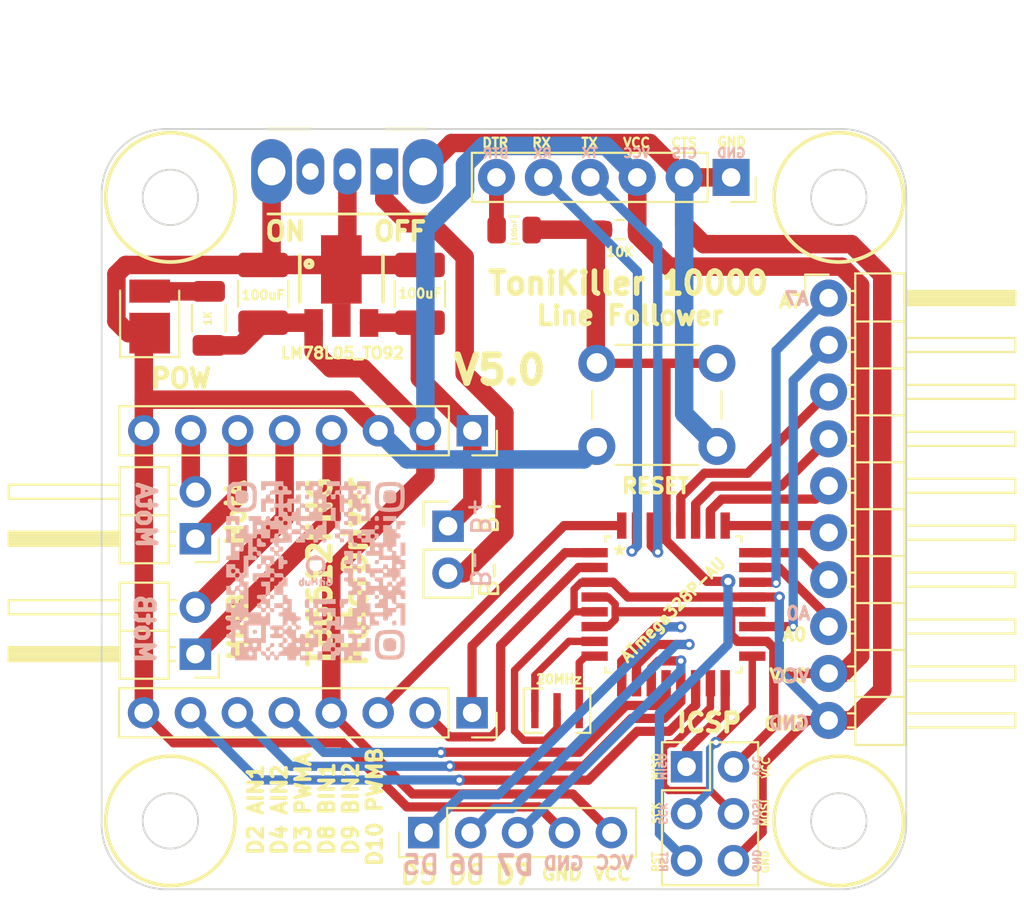
<source format=kicad_pcb>
(kicad_pcb (version 20221018) (generator pcbnew)
  (title_block (title "LineFollowerV5.0") (date "2024-01-10") (rev "10") (company "Tonikiller10000"))
  (layers (0 "F.Cu" signal) (31 "B.Cu" signal) (34 "B.Paste" user) (35 "F.Paste" user) (36 "B.SilkS" user "B.Silkscreen") (37 "F.SilkS" user "F.Silkscreen") (38 "B.Mask" user) (39 "F.Mask" user) (44 "Edge.Cuts" user))
  (net 0 "")
  (net 1 "DTR")
  (net 2 "RESET")
  (net 3 "0V")
  (net 4 "5V")
  (net 5 "+BATT")
  (net 6 "MISO")
  (net 7 "SCK")
  (net 8 "MOSI")
  (net 9 "TX")
  (net 10 "RX")
  (net 11 "Sensor5")
  (net 12 "Sensor4")
  (net 13 "Sensor3")
  (net 14 "Sensor2")
  (net 15 "Sensor1")
  (net 16 "Sensor0")
  (net 17 "Sensor7")
  (net 18 "Sensor6")
  (net 19 "PWMB")
  (net 20 "BIN2")
  (net 21 "BIN1")
  (net 22 "AIN1")
  (net 23 "AIN2")
  (net 24 "PWMA")
  (net 25 "D5")
  (net 26 "D6")
  (net 27 "D7")
  (net 28 "Net-(J6-Pin_2)")
  (net 29 "Net-(D1-A)")
  (net 30 "Net-(J6-Pin_1)")
  (net 31 "Net-(U1-XTAL1{slash}PB6)")
  (net 32 "Net-(U1-XTAL2{slash}PB7)")
  (net 33 "Net-(J7-Pin_1)")
  (net 34 "Net-(J7-Pin_2)")
  (net 36 "Net-(J1-Pin_2)")
  (footprint "Connector_PinSocket_2.54mm:PinSocket_1x06_P2.54mm_Vertical" (layer "F.Cu") (at 156.1378 82.6872 -90)
    (fp_text reference "J4" hide)
    (fp_text value "Conn_01x06_MountingPin")
    (pad "1" thru_hole rect (at 0 0 270) (size 2 2) (drill 1) (layers "F&B.Cu" "*.Mask") (net 3 "0V"))
    (pad "2" thru_hole oval (at 0 2.54 270) (size 2 2) (drill 1) (layers "F&B.Cu" "*.Mask") (net 3 "0V"))
    (pad "3" thru_hole oval (at 0 5.08 270) (size 2 2) (drill 1) (layers "F&B.Cu" "*.Mask") (net 4 "5V"))
    (pad "4" thru_hole oval (at 0 7.62 270) (size 2 2) (drill 1) (layers "F&B.Cu" "*.Mask") (net 9 "TX"))
    (pad "5" thru_hole oval (at 0 10.16 270) (size 2 2) (drill 1) (layers "F&B.Cu" "*.Mask") (net 10 "RX"))
    (pad "6" thru_hole oval (at 0 12.7 270) (size 2 2) (drill 1) (layers "F&B.Cu" "*.Mask") (net 1 "DTR"))
  )
  (footprint "Capacitor_SMD:C_0805_2012Metric" (layer "F.Cu") (at 144.3978 85.5372)
    (fp_text reference "C6" hide)
    (fp_text value "100nF" (at 0.01 0.01 90) (layer "F.SilkS") (effects (font (size 0.25 0.25))))
    (pad "1" smd roundrect (at -0.95 0) (size 1 1.45) (layers "F.Cu" "F.Paste" "F.Mask") (net 1 "DTR"))
    (pad "2" smd roundrect (at 0.95 0) (size 1 1.45) (layers "F.Cu" "F.Paste" "F.Mask") (net 2 "RESET"))
  )
  (footprint "LED_SMD:LED_PLCC_2835" (layer "F.Cu") (at 124.6678 90.2172 90)
    (fp_text reference "D1" hide)
    (fp_text value "POW")
    (pad "1" smd rect (at -0.9 0 90) (size 2.2 2.2) (layers "F.Cu" "F.Paste" "F.Mask") (net 3 "0V"))
    (pad "2" smd rect (at 1.375 0 90) (size 1.25 2.2) (layers "F.Cu" "F.Paste" "F.Mask") (net 29 "Net-(D1-A)"))
  )
  (footprint "Connector_PinHeader_2.54mm:PinHeader_2x03_P2.54mm_Vertical" (layer "F.Cu") (at 153.7278 114.5872)
    (fp_text reference "J3" hide)
    (fp_text value "ICSP" (at 1.2222 -2.3772 unlocked) (layer "F.SilkS") (effects (font (thickness 0.25))))
    (pad "1" thru_hole rect (at 0 0) (size 1.7 1.7) (drill 1) (layers "*.Cu" "*.Mask") (net 6 "MISO"))
    (pad "2" thru_hole oval (at 2.54 0) (size 1.7 1.7) (drill 1) (layers "*.Cu" "*.Mask") (net 4 "5V"))
    (pad "3" thru_hole oval (at 0 2.54) (size 1.7 1.7) (drill 1) (layers "*.Cu" "*.Mask") (net 7 "SCK"))
    (pad "4" thru_hole oval (at 2.54 2.54) (size 1.7 1.7) (drill 1) (layers "*.Cu" "*.Mask") (net 8 "MOSI"))
    (pad "5" thru_hole oval (at 0 5.08) (size 1.7 1.7) (drill 1) (layers "*.Cu" "*.Mask") (net 2 "RESET"))
    (pad "6" thru_hole oval (at 2.54 5.08) (size 1.7 1.7) (drill 1) (layers "*.Cu" "*.Mask") (net 3 "0V"))
  )
  (footprint "TQFP32_32A_MCH" (layer "F.Cu") (at 153.0178 105.8)
    (fp_text reference "U1" hide)
    (fp_text value "ATmega328P-AU " (at 0.1364 0.13 45 unlocked) (layer "F.SilkS") (effects (font (size 0.6 0.6))))
    (fp_text user "*" (at -2.92 -2.62) (layer "F.SilkS"))
    (pad "1" smd rect (at -4.2672 -2.799999 90) (size 0.508 1.4224) (layers "F.Cu" "F.Paste" "F.Mask") (net 24 "PWMA"))
    (pad "2" smd rect (at -4.2672 -2.000001 90) (size 0.508 1.4224) (layers "F.Cu" "F.Paste" "F.Mask") (net 23 "AIN2"))
    (pad "3" smd rect (at -4.2672 -1.2 90) (size 0.508 1.4224) (layers "F.Cu" "F.Paste" "F.Mask") (net 3 "0V"))
    (pad "4" smd rect (at -4.2672 -0.399999 90) (size 0.508 1.4224) (layers "F.Cu" "F.Paste" "F.Mask") (net 4 "5V"))
    (pad "5" smd rect (at -4.2672 0.399999 90) (size 0.508 1.4224) (layers "F.Cu" "F.Paste" "F.Mask") (net 3 "0V"))
    (pad "6" smd rect (at -4.2672 1.2 90) (size 0.508 1.4224) (layers "F.Cu" "F.Paste" "F.Mask") (net 4 "5V"))
    (pad "7" smd rect (at -4.2672 1.999999 90) (size 0.508 1.4224) (layers "F.Cu" "F.Paste" "F.Mask") (net 31 "Net-(U1-XTAL1{slash}PB6)"))
    (pad "8" smd rect (at -4.2672 2.799999 90) (size 0.508 1.4224) (layers "F.Cu" "F.Paste" "F.Mask") (net 32 "Net-(U1-XTAL2{slash}PB7)"))
    (pad "9" smd rect (at -2.799999 4.2672) (size 0.508 1.4224) (layers "F.Cu" "F.Paste" "F.Mask") (net 25 "D5"))
    (pad "10" smd rect (at -2.000001 4.2672) (size 0.508 1.4224) (layers "F.Cu" "F.Paste" "F.Mask") (net 26 "D6"))
    (pad "11" smd rect (at -1.2 4.2672) (size 0.508 1.4224) (layers "F.Cu" "F.Paste" "F.Mask") (net 27 "D7"))
    (pad "12" smd rect (at -0.399999 4.2672) (size 0.508 1.4224) (layers "F.Cu" "F.Paste" "F.Mask") (net 21 "BIN1"))
    (pad "13" smd rect (at 0.399999 4.2672) (size 0.508 1.4224) (layers "F.Cu" "F.Paste" "F.Mask") (net 20 "BIN2"))
    (pad "14" smd rect (at 1.2 4.2672) (size 0.508 1.4224) (layers "F.Cu" "F.Paste" "F.Mask") (net 19 "PWMB"))
    (pad "15" smd rect (at 1.999999 4.2672) (size 0.508 1.4224) (layers "F.Cu" "F.Paste" "F.Mask") (net 8 "MOSI"))
    (pad "16" smd rect (at 2.799999 4.2672) (size 0.508 1.4224) (layers "F.Cu" "F.Paste" "F.Mask") (net 6 "MISO"))
    (pad "17" smd rect (at 4.2672 2.799999 90) (size 0.508 1.4224) (layers "F.Cu" "F.Paste" "F.Mask") (net 7 "SCK"))
    (pad "18" smd rect (at 4.2672 2.000001 90) (size 0.508 1.4224) (layers "F.Cu" "F.Paste" "F.Mask") (net 4 "5V"))
    (pad "19" smd rect (at 4.2672 1.2 90) (size 0.508 1.4224) (layers "F.Cu" "F.Paste" "F.Mask") (net 18 "Sensor6"))
    (pad "20" smd rect (at 4.2672 0.399999 90) (size 0.508 1.4224) (layers "F.Cu" "F.Paste" "F.Mask") (net 4 "5V"))
    (pad "21" smd rect (at 4.2672 -0.399999 90) (size 0.508 1.4224) (layers "F.Cu" "F.Paste" "F.Mask") (net 3 "0V"))
    (pad "22" smd rect (at 4.2672 -1.2 90) (size 0.508 1.4224) (layers "F.Cu" "F.Paste" "F.Mask") (net 17 "Sensor7"))
    (pad "23" smd rect (at 4.2672 -1.999999 90) (size 0.508 1.4224) (layers "F.Cu" "F.Paste" "F.Mask") (net 16 "Sensor0"))
    (pad "24" smd rect (at 4.2672 -2.799999 90) (size 0.508 1.4224) (layers "F.Cu" "F.Paste" "F.Mask") (net 15 "Sensor1"))
    (pad "25" smd rect (at 2.799999 -4.2672) (size 0.508 1.4224) (layers "F.Cu" "F.Paste" "F.Mask") (net 14 "Sensor2"))
    (pad "26" smd rect (at 2.000001 -4.2672) (size 0.508 1.4224) (layers "F.Cu" "F.Paste" "F.Mask") (net 13 "Sensor3"))
    (pad "27" smd rect (at 1.2 -4.2672) (size 0.508 1.4224) (layers "F.Cu" "F.Paste" "F.Mask") (net 12 "Sensor4"))
    (pad "28" smd rect (at 0.399999 -4.2672) (size 0.508 1.4224) (layers "F.Cu" "F.Paste" "F.Mask") (net 11 "Sensor5"))
    (pad "29" smd rect (at -0.399999 -4.2672) (size 0.508 1.4224) (layers "F.Cu" "F.Paste" "F.Mask") (net 2 "RESET"))
    (pad "30" smd rect (at -1.2 -4.2672) (size 0.508 1.4224) (layers "F.Cu" "F.Paste" "F.Mask") (net 9 "TX"))
    (pad "31" smd rect (at -1.999999 -4.2672) (size 0.508 1.4224) (layers "F.Cu" "F.Paste" "F.Mask") (net 10 "RX"))
    (pad "32" smd rect (at -2.799999 -4.2672) (size 0.508 1.4224) (layers "F.Cu" "F.Paste" "F.Mask") (net 22 "AIN1"))
  )
  (footprint "Connector_PinSocket_2.54mm:PinSocket_1x08_P2.54mm_Vertical" (layer "F.Cu") (at 142.1328 96.4022 -90)
    (fp_text reference "J8" hide)
    (fp_text value "BAT")
    (pad "1" thru_hole rect (at 0 0 270) (size 1.7 1.7) (drill 1) (layers "*.Cu" "*.Mask") (net 5 "+BATT"))
    (pad "2" thru_hole oval (at 0 2.54 270) (size 1.7 1.7) (drill 1) (layers "*.Cu" "*.Mask") (net 4 "5V"))
    (pad "3" thru_hole oval (at 0 5.08 270) (size 1.7 1.7) (drill 1) (layers "*.Cu" "*.Mask") (net 3 "0V"))
    (pad "4" thru_hole oval (at 0 7.62 270) (size 1.7 1.7) (drill 1) (layers "*.Cu" "*.Mask") (net 33 "Net-(J7-Pin_1)"))
    (pad "5" thru_hole oval (at 0 10.16 270) (size 1.7 1.7) (drill 1) (layers "*.Cu" "*.Mask") (net 34 "Net-(J7-Pin_2)"))
    (pad "6" thru_hole oval (at 0 12.7 270) (size 1.7 1.7) (drill 1) (layers "*.Cu" "*.Mask") (net 30 "Net-(J6-Pin_1)"))
    (pad "7" thru_hole oval (at 0 15.24 270) (size 1.7 1.7) (drill 1) (layers "*.Cu" "*.Mask") (net 28 "Net-(J6-Pin_2)"))
    (pad "8" thru_hole oval (at 0 17.78 270) (size 1.7 1.7) (drill 1) (layers "*.Cu" "*.Mask") (net 3 "0V"))
  )
  (footprint "78L05:PK(R-PSSO-F3)" (layer "F.Cu") (at 135.0428 86.9172)
    (fp_text reference "U2" hide)
    (fp_text value "LM78L05_TO92" (at 0.06 5.2825) (layer "F.SilkS") (effects (font (size 0.6 0.6))))
    (pad "1" smd rect (at -1.5 3.65) (size 1 1.5) (layers "F.Cu" "F.Paste" "F.Mask") (net 4 "5V"))
    (pad "2" smd rect (at 0 0.75) (size 2.2 3.7) (layers "F.Cu" "F.Paste" "F.Mask") (net 3 "0V"))
    (pad "2" smd rect (at 0 3.5) (size 1 1.8) (layers "F.Cu" "F.Paste" "F.Mask") (net 3 "0V"))
    (pad "3" smd rect (at 1.5 3.65) (size 1 1.5) (layers "F.Cu" "F.Paste" "F.Mask") (net 5 "+BATT"))
  )
  (footprint "Connector_PinSocket_2.54mm:PinSocket_1x08_P2.54mm_Vertical" (layer "F.Cu") (at 142.1178 111.6672 -90)
    (fp_text reference "J9" hide)
    (fp_text value "Conn_01x03")
    (pad "1" thru_hole rect (at 0 0 270) (size 1.7 1.7) (drill 1) (layers "*.Cu" "*.Mask") (net 24 "PWMA"))
    (pad "2" thru_hole oval (at 0 2.54 270) (size 1.7 1.7) (drill 1) (layers "*.Cu" "*.Mask") (net 23 "AIN2"))
    (pad "3" thru_hole oval (at 0 5.08 270) (size 1.7 1.7) (drill 1) (layers "*.Cu" "*.Mask") (net 22 "AIN1"))
    (pad "4" thru_hole oval (at 0 7.62 270) (size 1.7 1.7) (drill 1) (layers "*.Cu" "*.Mask") (net 4 "5V"))
    (pad "5" thru_hole oval (at 0 10.16 270) (size 1.7 1.7) (drill 1) (layers "*.Cu" "*.Mask") (net 21 "BIN1"))
    (pad "6" thru_hole oval (at 0 12.7 270) (size 1.7 1.7) (drill 1) (layers "*.Cu" "*.Mask") (net 20 "BIN2"))
    (pad "7" thru_hole oval (at 0 15.24 270) (size 1.7 1.7) (drill 1) (layers "*.Cu" "*.Mask") (net 19 "PWMB"))
    (pad "8" thru_hole oval (at 0 17.78 270) (size 1.7 1.7) (drill 1) (layers "*.Cu" "*.Mask") (net 3 "0V"))
  )
  (footprint "Connector_PinHeader_2.54mm:PinHeader_1x10_P2.54mm_Horizontal" (layer "F.Cu") (at 161.4178 89.2172)
    (fp_text reference "J5" hide)
    (fp_text value "Conn_01x10")
    (pad "1" thru_hole oval (at 0 0) (size 2 2) (drill 1) (layers "F&B.Cu" "*.Mask") (net 17 "Sensor7"))
    (pad "2" thru_hole oval (at 0 2.54) (size 2 2) (drill 1) (layers "F&B.Cu" "*.Mask") (net 18 "Sensor6"))
    (pad "3" thru_hole oval (at 0 5.08) (size 2 2) (drill 1) (layers "F&B.Cu" "*.Mask") (net 11 "Sensor5"))
    (pad "4" thru_hole oval (at 0 7.62) (size 2 2) (drill 1) (layers "F&B.Cu" "*.Mask") (net 12 "Sensor4"))
    (pad "5" thru_hole oval (at 0 10.16) (size 2 2) (drill 1) (layers "F&B.Cu" "*.Mask") (net 13 "Sensor3"))
    (pad "6" thru_hole oval (at 0 12.7) (size 2 2) (drill 1) (layers "F&B.Cu" "*.Mask") (net 14 "Sensor2"))
    (pad "7" thru_hole oval (at 0 15.24) (size 2 2) (drill 1) (layers "F&B.Cu" "*.Mask") (net 15 "Sensor1"))
    (pad "8" thru_hole oval (at 0 17.78) (size 2 2) (drill 1) (layers "F&B.Cu" "*.Mask") (net 16 "Sensor0"))
    (pad "9" thru_hole oval (at 0 20.32) (size 2 2) (drill 1) (layers "F&B.Cu" "*.Mask") (net 4 "5V"))
    (pad "10" thru_hole oval (at 0 22.86) (size 2 2) (drill 1) (layers "F&B.Cu" "*.Mask") (net 3 "0V"))
  )
  (footprint "Button_Switch_THT:SW_CuK_OS102011MA1QN1_SPDT_Angled" (layer "F.Cu") (at 137.3678 82.3672 180)
    (fp_text reference "SW2" hide)
    (fp_text value "SW_SPDT" hide)
    (pad "" thru_hole oval (at -2.1 0 180) (size 2.2 3.5) (drill 1.5) (layers "*.Cu" "*.Mask") (net 3 "0V"))
    (pad "" thru_hole oval (at 6.1 0 180) (size 2.2 3.5) (drill 1.5) (layers "*.Cu" "*.Mask") (net 3 "0V"))
    (pad "1" thru_hole rect (at 0 0 180) (size 1.5 2.5) (drill 0.9) (layers "*.Cu" "*.Mask") (net 36 "Net-(J1-Pin_2)"))
    (pad "2" thru_hole oval (at 2 0 180) (size 1.5 2.5) (drill 0.9) (layers "*.Cu" "*.Mask") (net 3 "0V"))
    (pad "3" thru_hole oval (at 4 0 180) (size 1.5 2.5) (drill 0.9) (layers "*.Cu" "*.Mask"))
  )
  (footprint "Resistor_SMD:R_1206_3216Metric" (layer "F.Cu") (at 127.8678 90.3172 -90)
    (fp_text reference "R2" hide)
    (fp_text value "1K" (at 0 0.05 90) (layer "F.SilkS") (effects (font (size 0.4 0.4) (thickness 0.1))))
    (pad "1" smd roundrect (at -1.4625 0 270) (size 1.125 1.75) (layers "F.Cu" "F.Paste" "F.Mask") (roundrect_rratio 0.222222) (net 29 "Net-(D1-A)"))
    (pad "2" smd roundrect (at 1.4625 0 270) (size 1.125 1.75) (layers "F.Cu" "F.Paste" "F.Mask") (roundrect_rratio 0.222222) (net 4 "5V"))
  )
  (footprint "Connector_PinHeader_2.54mm:PinHeader_1x05_P2.54mm_Vertical" (layer "F.Cu") (at 139.5 118.15 90)
    (fp_text reference "J2" hide)
    (fp_text value "Conn_01x05")
    (pad "1" thru_hole rect (at 0 0 90) (size 1.7 1.7) (drill 1) (layers "*.Cu" "*.Mask") (net 25 "D5"))
    (pad "2" thru_hole oval (at 0 2.54 90) (size 1.7 1.7) (drill 1) (layers "*.Cu" "*.Mask") (net 26 "D6"))
    (pad "3" thru_hole oval (at 0 5.08 90) (size 1.7 1.7) (drill 1) (layers "*.Cu" "*.Mask") (net 27 "D7"))
    (pad "4" thru_hole oval (at 0 7.62 90) (size 1.7 1.7) (drill 1) (layers "*.Cu" "*.Mask") (net 3 "0V"))
    (pad "5" thru_hole oval (at 0 10.16 90) (size 1.7 1.7) (drill 1) (layers "*.Cu" "*.Mask") (net 4 "5V"))
  )
  (footprint "Connector_PinHeader_2.54mm:PinHeader_1x02_P2.54mm_Horizontal" (layer "F.Cu") (at 127.1428 102.2422 180)
    (fp_text reference "J6" hide)
    (fp_text value "MotA" (at -2.2 1.39 90) (layer "F.SilkS") (effects (font (thickness 0.25))))
    (pad "1" thru_hole rect (at 0 0 180) (size 1.7 1.7) (drill 1) (layers "*.Cu" "*.Mask") (net 30 "Net-(J6-Pin_1)"))
    (pad "2" thru_hole oval (at 0 2.54 180) (size 1.7 1.7) (drill 1) (layers "*.Cu" "*.Mask") (net 28 "Net-(J6-Pin_2)"))
  )
  (footprint "Connector_PinHeader_2.54mm:PinHeader_1x02_P2.54mm_Horizontal" (layer "F.Cu") (at 127.1428 108.4922 180)
    (fp_text reference "J7" hide)
    (fp_text value "MotB" (at -2.3 1.49 90) (layer "F.SilkS") (effects (font (thickness 0.25))))
    (pad "1" thru_hole rect (at 0 0 180) (size 1.7 1.7) (drill 1) (layers "*.Cu" "*.Mask") (net 33 "Net-(J7-Pin_1)"))
    (pad "2" thru_hole oval (at 0 2.54 180) (size 1.7 1.7) (drill 1) (layers "*.Cu" "*.Mask") (net 34 "Net-(J7-Pin_2)"))
  )
  (footprint "Resistor_SMD:R_0603_1608Metric_Pad0.98x0.95mm_HandSolder" (layer "F.Cu") (at 150.1228 85.5172)
    (fp_text reference "R1" hide)
    (fp_text value "10K" (at 0 1.2) (layer "F.SilkS") (effects (font (size 0.5 0.5) (thickness 0.125))))
    (pad "1" smd roundrect (at -0.9125 0) (size 0.975 0.95) (layers "F.Cu" "F.Paste" "F.Mask") (net 2 "RESET"))
    (pad "2" smd roundrect (at 0.9125 0) (size 0.975 0.95) (layers "F.Cu" "F.Paste" "F.Mask") (net 4 "5V"))
  )
  (footprint "Connector_PinHeader_2.54mm:PinHeader_1x02_P2.54mm_Vertical" (layer "F.Cu") (at 140.8178 101.5672)
    (fp_text reference "J1" hide)
    (fp_text value "BAT" hide)
    (pad "1" thru_hole rect (at 0 0) (size 1.7 1.7) (drill 1) (layers "*.Cu" "*.Mask") (net 5 "+BATT"))
    (pad "2" thru_hole oval (at 0 2.54) (size 1.7 1.7) (drill 1) (layers "*.Cu" "*.Mask") (net 36 "Net-(J1-Pin_2)"))
  )
  (footprint "Crystal:Resonator_SMD_Murata_CSTxExxV-3Pin_3.0x1.1mm" (layer "F.Cu") (at 146.7178 111.55)
    (fp_text reference "Y1" hide)
    (fp_text value "20MHz" (at 0.1 -1.7) (layer "F.SilkS") (effects (font (size 0.5 0.5) (thickness 0.125))))
    (pad "1" smd rect (at -1.2 0) (size 0.4 1.9) (layers "F.Cu" "F.Paste" "F.Mask") (net 31 "Net-(U1-XTAL1{slash}PB6)"))
    (pad "2" smd rect (at 0 0) (size 0.4 1.9) (layers "F.Cu" "F.Paste" "F.Mask") (net 3 "0V"))
    (pad "3" smd rect (at 1.2 0) (size 0.4 1.9) (layers "F.Cu" "F.Paste" "F.Mask") (net 32 "Net-(U1-XTAL2{slash}PB7)"))
  )
  (footprint "Capacitor_SMD:C_1210_3225Metric_Pad1.33x2.70mm_HandSolder" (layer "F.Cu") (at 139.2928 88.9897 90)
    (fp_text reference "C2" hide)
    (fp_text value "100uF" (at 0.02 0.01) (layer "F.SilkS") (effects (font (size 0.5 0.5))))
    (pad "1" smd roundrect (at -1.5625 0 90) (size 1.325 2.7) (layers "F.Cu" "F.Paste" "F.Mask") (roundrect_rratio 0.188679) (net 5 "+BATT"))
    (pad "2" smd roundrect (at 1.5625 0 90) (size 1.325 2.7) (layers "F.Cu" "F.Paste" "F.Mask") (roundrect_rratio 0.188679) (net 3 "0V"))
  )
  (footprint "Capacitor_SMD:C_1210_3225Metric_Pad1.33x2.70mm_HandSolder" (layer "F.Cu") (at 130.8128 88.9897 90)
    (fp_text reference "C3" hide)
    (fp_text value "100uF" (at -0.07 0) (layer "F.SilkS") (effects (font (size 0.5 0.5) (thickness 0.125))))
    (pad "1" smd roundrect (at -1.5625 0 90) (size 1.325 2.7) (layers "F.Cu" "F.Paste" "F.Mask") (roundrect_rratio 0.188679) (net 4 "5V"))
    (pad "2" smd roundrect (at 1.5625 0 90) (size 1.325 2.7) (layers "F.Cu" "F.Paste" "F.Mask") (roundrect_rratio 0.188679) (net 3 "0V"))
  )
  (footprint "Button_Switch_THT:SW_PUSH_6mm" (layer "F.Cu") (at 148.87 92.75)
    (fp_text reference "SW1" hide)
    (fp_text value "RESET" (at 3.19 6.64) (layer "F.SilkS") (effects (font (size 0.8 0.8) (thickness 0.2) bold)))
    (pad "1" thru_hole circle (at 0 0 90) (size 2 2) (drill 1.1) (layers "*.Cu" "*.Mask") (net 2 "RESET"))
    (pad "1" thru_hole circle (at 6.5 0 90) (size 2 2) (drill 1.1) (layers "*.Cu" "*.Mask") (net 2 "RESET"))
    (pad "2" thru_hole circle (at 0 4.5 90) (size 2 2) (drill 1.1) (layers "*.Cu" "*.Mask") (net 3 "0V"))
    (pad "2" thru_hole circle (at 6.5 4.5 90) (size 2 2) (drill 1.1) (layers "*.Cu" "*.Mask") (net 3 "0V"))
  )
  (footprint "LOGO" (layer "B.Cu") (at 133.565646 103.847905 180)
    (fp_text reference "G***" hide)
    (fp_text value "LOGO" hide)
  )
  (gr_circle (center 125.7878 83.7672) (end 129.2878 83.7672) (stroke (width 0.2)) (fill none) (layer "F.SilkS"))
  (gr_circle (center 161.9678 117.5172) (end 165.4678 117.5172) (stroke (width 0.2)) (fill none) (layer "F.SilkS"))
  (gr_circle (center 161.9678 83.7672) (end 165.4678 83.7672) (stroke (width 0.2)) (fill none) (layer "F.SilkS"))
  (gr_circle (center 125.7878 117.5172) (end 129.2878 117.5172) (stroke (width 0.2)) (fill none) (layer "F.SilkS"))
  (gr_arc (start 125.5678 121.2172) (mid 123.092926 120.192074) (end 122.0678 117.7172) (stroke (width 0.1)) (layer "Edge.Cuts"))
  (gr_arc (start 165.6178 117.7172) (mid 164.592674 120.192074) (end 162.1178 121.2172) (stroke (width 0.1)) (layer "Edge.Cuts"))
  (gr_circle (center 125.7878 83.7672) (end 127.2878 83.7672) (stroke (width 0.1)) (fill none) (layer "Edge.Cuts"))
  (gr_arc (start 122.0678 83.5672) (mid 123.092926 81.092326) (end 125.5678 80.0672) (stroke (width 0.1)) (layer "Edge.Cuts"))
  (gr_circle (center 161.9678 83.7672) (end 163.4678 83.7672) (stroke (width 0.1)) (fill none) (layer "Edge.Cuts"))
  (gr_line (start 162.1178 121.2172) (end 125.5678 121.2172) (stroke (width 0.1)) (layer "Edge.Cuts"))
  (gr_arc (start 162.1178 80.0672) (mid 164.592674 81.092326) (end 165.6178 83.5672) (stroke (width 0.1)) (layer "Edge.Cuts"))
  (gr_circle (center 161.9678 117.5172) (end 163.4678 117.5172) (stroke (width 0.1)) (fill none) (layer "Edge.Cuts"))
  (gr_line (start 165.6178 83.5672) (end 165.6178 117.7172) (stroke (width 0.1)) (layer "Edge.Cuts"))
  (gr_line (start 125.5678 80.0672) (end 162.1178 80.0672) (stroke (width 0.1)) (layer "Edge.Cuts"))
  (gr_line (start 122.0678 117.7172) (end 122.0678 83.5672) (stroke (width 0.1)) (layer "Edge.Cuts"))
  (gr_circle (center 125.7878 117.5172) (end 127.2878 117.5172) (stroke (width 0.1)) (fill none) (layer "Edge.Cuts"))
  (gr_text "SCK" (at 152.44 117.12 -90) (layer "B.SilkS") (effects (font (size 0.4 0.4) (thickness 0.1)) (justify mirror)))
  (gr_text "D7\n" (at 144.45 119.93) (layer "B.SilkS") (effects (font (size 1 1) (thickness 0.25) bold) (justify mirror)))
  (gr_text "VCC" (at 149.83 119.78) (layer "B.SilkS") (effects (font (size 0.7 0.7) (thickness 0.175) bold) (justify mirror)))
  (gr_text "VCC" (at 151.02 81.37) (layer "B.SilkS") (effects (font (size 0.5 0.5) (thickness 0.125) bold) (justify mirror)))
  (gr_text "GND" (at 156.15 81.37) (layer "B.SilkS") (effects (font (size 0.5 0.5) (thickness 0.125) bold) (justify mirror)))
  (gr_text "GND" (at 159.27 112.22) (layer "B.SilkS") (effects (font (size 0.7 0.7) (thickness 0.175) bold) (justify mirror)))
  (gr_text "A0" (at 159.77 106.29) (layer "B.SilkS") (effects (font (size 0.7 0.7) (thickness 0.175) bold) (justify mirror)))
  (gr_text "MOSI\n" (at 157.51 117.05 -90) (layer "B.SilkS") (effects (font (size 0.4 0.4) (thickness 0.1)) (justify mirror)))
  (gr_text "B_{-}" (at 142.53 103.91 -90) (layer "B.SilkS") (effects (font (size 1 1)) (justify mirror)))
  (gr_text "VCC" (at 159.36 109.67) (layer "B.SilkS") (effects (font (size 0.7 0.7) (thickness 0.175) bold) (justify mirror)))
  (gr_text "MISO\n" (at 152.3978 114.5872 -90) (layer "B.SilkS") (effects (font (size 0.4 0.4) (thickness 0.1)) (justify mirror)))
  (gr_text "DTR" (at 143.4 81.39) (layer "B.SilkS") (effects (font (size 0.5 0.5) (thickness 0.125) bold) (justify mirror)))
  (gr_text "A7" (at 159.69 89.26) (layer "B.SilkS") (effects (font (size 0.7 0.7) (thickness 0.175) bold) (justify mirror)))
  (gr_text "D6" (at 141.83 119.9) (layer "B.SilkS") (effects (font (size 1 1) (thickness 0.2)) (justify mirror)))
  (gr_text "B_{+}" (at 142.54 101.04 -90) (layer "B.SilkS") (effects (font (size 1 1)) (justify mirror)))
  (gr_text "RST" (at 152.47 119.73 -90) (layer "B.SilkS") (effects (font (size 0.4 0.4) (thickness 0.1)) (justify mirror)))
  (gr_text "VCC" (at 157.5 114.55 -90) (layer "B.SilkS") (effects (font (size 0.4 0.4) (thickness 0.1)) (justify mirror)))
  (gr_text "TX" (at 148.4878 81.3572) (layer "B.SilkS") (effects (font (size 0.5 0.5) (thickness 0.125) bold) (justify mirror)))
  (gr_text "RX" (at 145.94 81.39) (layer "B.SilkS") (effects (font (size 0.5 0.5) (thickness 0.125) bold) (justify mirror)))
  (gr_text "GND" (at 147.07 119.83) (layer "B.SilkS") (effects (font (size 0.7 0.7) (thickness 0.175) bold) (justify mirror)))
  (gr_text "CTS" (at 153.61 81.39) (layer "B.SilkS") (effects (font (size 0.5 0.5) (thickness 0.125) bold) (justify mirror)))
  (gr_text "GND" (at 157.51 119.68 -90) (layer "B.SilkS") (effects (font (size 0.4 0.4) (thickness 0.1)) (justify mirror)))
  (gr_text "D5" (at 139.34 119.9) (layer "B.SilkS") (effects (font (size 1 1) (thickness 0.2)) (justify mirror)))
  (gr_text "MotB" (at 124.3728 107.1222 -90) (layer "B.SilkS") (effects (font (size 1 1) (thickness 0.25)) (justify mirror)))
  (gr_text "MotA" (at 124.4728 100.9722 -90) (layer "B.SilkS") (effects (font (size 1 1) (thickness 0.25)) (justify mirror)))
  (gr_text "MOSI\n" (at 157.9778 117.0872 90) (layer "F.SilkS") (effects (font (size 0.4 0.4) (thickness 0.1))))
  (gr_text "B_{+}" (at 143.04 101 90) (layer "F.SilkS") (effects (font (size 1 1))))
  (gr_text "D5" (at 139.23 120.43) (layer "F.SilkS") (effects (font (size 1 1) (thickness 0.2))))
  (gr_text "D7\n" (at 144.38 120.43) (layer "F.SilkS") (effects (font (size 1 1) (thickness 0.25) bold)))
  (gr_text "GND" (at 157.9778 119.7372 90) (layer "F.SilkS") (effects (font (size 0.4 0.4) (thickness 0.1))))
  (gr_text "RX" (at 145.8728 80.8172) (layer "F.SilkS") (effects (font (size 0.5 0.5) (thickness 0.125) bold)))
  (gr_text "A0" (at 159.57 107.44) (layer "F.SilkS") (effects (font (size 0.7 0.7) (thickness 0.175) bold)))
  (gr_text "CTS" (at 153.5928 80.8172) (layer "F.SilkS") (effects (font (size 0.5 0.5) (thickness 0.125) bold)))
  (gr_text "TX" (at 148.4728 80.8172) (layer "F.SilkS") (effects (font (size 0.5 0.5) (thickness 0.125) bold)))
  (gr_text "VCC" (at 149.69 120.39) (layer "F.SilkS") (effects (font (size 0.7 0.7) (thickness 0.175) bold)))
  (gr_text "POW" (at 126.3678 93.5672) (layer "F.SilkS") (effects (font (size 1 1) (thickness 0.25))))
  (gr_text "SCK" (at 152.0778 117.0872 90) (layer "F.SilkS") (effects (font (size 0.4 0.4) (thickness 0.1))))
  (gr_text "B_{-}" (at 143.06 104.46 90) (layer "F.SilkS") (effects (font (size 1 1))))
  (gr_text "GND" (at 156.1628 80.7672) (layer "F.SilkS") (effects (font (size 0.5 0.5) (thickness 0.125) bold)))
  (gr_text "GND" (at 159.01 112.27) (layer "F.SilkS") (effects (font (size 0.7 0.7) (thickness 0.175) bold)))
  (gr_text "A7" (at 159.39 89.4) (layer "F.SilkS") (effects (font (size 0.7 0.7) (thickness 0.175) bold)))
  (gr_text "Line Follower" (at 150.6678 90.1672) (layer "F.SilkS") (effects (font (size 1 1) (thickness 0.25))))
  (gr_text "VCC" (at 151.0228 80.8172) (layer "F.SilkS") (effects (font (size 0.5 0.5) (thickness 0.125) bold)))
  (gr_text "TB6612FNG \nMotorDriver" (at 136.5178 109.3172 90) (layer "F.SilkS") (effects (font (size 1.2 1.2) (thickness 0.3) bold) (justify left bottom)))
  (gr_text "OFF\n" (at 138.2178 85.6172) (layer "F.SilkS") (effects (font (size 1 1) (thickness 0.25))))
  (gr_text " D2 AIN1\n D4 AIN2\n D3 PWMA\n D8 BIN1\n D9 BIN2\nD10 PWMB" (at 133.62 120.07 90) (layer "F.SilkS") (effects (font (size 0.8 0.8) (thickness 0.2)) (justify left)))
  (gr_text "MISO\n" (at 152.0778 114.5872 90) (layer "F.SilkS") (effects (font (size 0.4 0.4) (thickness 0.1))))
  (gr_text "GND" (at 146.98 120.39) (layer "F.SilkS") (effects (font (size 0.7 0.7) (thickness 0.175) bold)))
  (gr_text "VCC" (at 159.23 109.67) (layer "F.SilkS") (effects (font (size 0.7 0.7) (thickness 0.175) bold)))
  (gr_text "ToniKiller 10000\n" (at 150.5678 88.4172) (layer "F.SilkS") (effects (font (size 1.2 1.2) (thickness 0.3))))
  (gr_text "D6" (at 141.792809 120.43) (layer "F.SilkS") (effects (font (size 1 1) (thickness 0.2))))
  (gr_text "V5.0" (at 143.6178 93.1172) (layer "F.SilkS") (effects (font (size 1.5 1.5) (thickness 0.375))))
  (gr_text "VCC" (at 158.0278 114.6372 90) (layer "F.SilkS") (effects (font (size 0.4 0.4) (thickness 0.1))))
  (gr_text "RST" (at 152.0778 119.7372 90) (layer "F.SilkS") (effects (font (size 0.4 0.4) (thickness 0.1))))
  (gr_text "ON" (at 132.0178 85.6172) (layer "F.SilkS") (effects (font (size 1 1) (thickness 0.25))))
  (gr_text "DTR" (at 143.3728 80.8172) (layer "F.SilkS") (effects (font (size 0.5 0.5) (thickness 0.125) bold)))
  (segment (start 143.4378 85.2572) (end 143.4478 85.2672) (width 0.8) (layer "F.Cu") (net 1))
  (segment (start 143.4378 82.6872) (end 143.4378 85.2572) (width 0.8) (layer "F.Cu") (net 1))
  (segment (start 153.0756 92.75) (end 151.52 92.75) (width 0.5) (layer "F.Cu") (net 2))
  (segment (start 151.52 92.75) (end 155.37 92.75) (width 0.5) (layer "F.Cu") (net 2))
  (segment (start 152.63 92.75) (end 152.617801 92.762199) (width 0.5) (layer "F.Cu") (net 2))
  (segment (start 148.8178 85.9097) (end 149.2103 85.5172) (width 1) (layer "F.Cu") (net 2))
  (segment (start 152.617801 102.334398) (end 154.833403 104.55) (width 0.5) (layer "F.Cu") (net 2))
  (segment (start 152.617801 92.762199) (end 152.617801 101.5328) (width 0.5) (layer "F.Cu") (net 2))
  (segment (start 148.87 92.75) (end 148.8178 92.6978) (width 1) (layer "F.Cu") (net 2))
  (segment (start 154.833403 104.55) (end 155.97 104.55) (width 0.5) (layer "F.Cu") (net 2))
  (segment (start 148.8178 92.6978) (end 148.8178 85.9097) (width 1) (layer "F.Cu") (net 2))
  (segment (start 149.2103 85.5172) (end 145.3678 85.5172) (width 1) (layer "F.Cu") (net 2))
  (segment (start 151.52 92.75) (end 148.87 92.75) (width 0.5) (layer "F.Cu") (net 2))
  (segment (start 152.617801 101.5328) (end 152.617801 102.334398) (width 0.5) (layer "F.Cu") (net 2))
  (via (at 155.97 104.55) (size 0.8) (drill 0.4) (layers "F.Cu" "B.Cu") (net 2))
  (segment (start 155.97 104.55) (end 155.97 107.98) (width 0.5) (layer "B.Cu") (net 2))
  (segment (start 152.26 111.69) (end 152.26 118.1994) (width 0.5) (layer "B.Cu") (net 2))
  (segment (start 152.26 118.1994) (end 153.7278 119.6672) (width 0.5) (layer "B.Cu") (net 2))
  (segment (start 155.97 107.98) (end 152.26 111.69) (width 0.5) (layer "B.Cu") (net 2))
  (segment (start 135.3678 94.7172) (end 124.3528 94.7172) (width 1) (layer "F.Cu") (net 3))
  (segment (start 164.3178 87.9678) (end 162.65 86.3) (width 1) (layer "F.Cu") (net 3))
  (segment (start 146.0678 113.15) (end 144.9178 113.15) (width 0.4) (layer "F.Cu") (net 3))
  (segment (start 147.12 118.15) (end 145.73 116.76) (width 0.5) (layer "F.Cu") (net 3))
  (segment (start 149.750663 104.6) (end 150.550664 105.400001) (width 0.5) (layer "F.Cu") (net 3))
  (segment (start 122.8678 90.4672) (end 123.5178 91.1172) (width 1) (layer "F.Cu") (net 3))
  (segment (start 164.3178 110.4322) (end 164.3178 87.9678) (width 1) (layer "F.Cu") (net 3))
  (segment (start 135.3678 87.3422) (end 135.0428 87.6672) (width 1) (layer "F.Cu") (net 3))
  (segment (start 154.65 86.3) (end 153.5978 85.2478) (width 1) (layer "F.Cu") (net 3))
  (segment (start 147.6394 104.980315) (end 147.6394 106.15) (width 0.4) (layer "F.Cu") (net 3))
  (segment (start 130.8128 87.4272) (end 123.36785 87.4272) (width 1) (layer "F.Cu") (net 3))
  (segment (start 147.635 106.15) (end 147.6394 106.15) (width 0.4) (layer "F.Cu") (net 3))
  (segment (start 157.8178 114.5172) (end 157.8178 118.1172) (width 0.5) (layer "F.Cu") (net 3))
  (segment (start 153.5978 82.6872) (end 151.73785 80.82725) (width 1) (layer "F.Cu") (net 3))
  (segment (start 161.4178 112.0772) (end 160.2578 112.0772) (width 0.5) (layer "F.Cu") (net 3))
  (segment (start 151.73785 80.82725) (end 141.00775 80.82725) (width 1) (layer "F.Cu") (net 3))
  (segment (start 162.6728 112.0772) (end 164.3178 110.4322) (width 1) (layer "F.Cu") (net 3))
  (segment (start 148.7506 104.6) (end 148.019715 104.6) (width 0.4) (layer "F.Cu") (net 3))
  (segment (start 157.8178 118.1172) (end 156.2678 119.6672) (width 0.5) (layer "F.Cu") (net 3))
  (segment (start 146.7178 112.5) (end 146.0678 113.15) (width 0.4) (layer "F.Cu") (net 3))
  (segment (start 150.550664 105.400001) (end 157.285 105.400001) (width 0.5) (layer "F.Cu") (net 3))
  (segment (start 130.8128 87.4272) (end 132.5178 87.4272) (width 1) (layer "F.Cu") (net 3))
  (segment (start 135.0428 87.4272) (end 135.0428 87.6672) (width 1) (layer "F.Cu") (net 3))
  (segment (start 124.3528 91.4322) (end 124.6678 91.1172) (width 1) (layer "F.Cu") (net 3))
  (segment (start 160.2578 112.0772) (end 157.8178 114.5172) (width 0.5) (layer "F.Cu") (net 3))
  (segment (start 122.8678 87.92725) (end 122.8678 90.4672) (width 1) (layer "F.Cu") (net 3))
  (segment (start 131.2678 82.3672) (end 131.2678 86.9722) (width 1) (layer "F.Cu") (net 3))
  (segment (start 124.3528 96.4022) (end 124.3528 111.6522) (width 1) (layer "F.Cu") (net 3))
  (segment (start 157.285 105.400001) (end 158.75 105.4) (width 0.5) (layer "F.Cu") (net 3))
  (segment (start 131.2678 86.9722) (end 130.8128 87.4272) (width 1) (layer "F.Cu") (net 3))
  (segment (start 156.1378 82.6872) (end 153.5978 82.6872) (width 1) (layer "F.Cu") (net 3))
  (segment (start 148.7506 106.199999) (end 147.689399 106.199999) (width 0.4) (layer "F.Cu") (net 3))
  (segment (start 139.2928 87.4272) (end 135.0428 87.4272) (width 1) (layer "F.Cu") (net 3))
  (segment (start 132.5178 87.4272) (end 135.0428 87.4272) (width 1) (layer "F.Cu") (net 3))
  (segment (start 146.7178 111.55) (end 146.7178 112.5) (width 0.4) (layer "F.Cu") (net 3))
  (segment (start 137.0528 96.4022) (end 135.3678 94.7172) (width 1) (layer "F.Cu") (net 3))
  (segment (start 135.3678 82.3672) (end 135.3678 87.3422) (width 1) (layer "F.Cu") (net 3))
  (segment (start 135.12 113.29) (end 125.9606 113.29) (width 0.5) (layer "F.Cu") (net 3))
  (segment (start 124.3528 111.6522) (end 124.3378 111.6672) (width 1) (layer "F.Cu") (net 3))
  (segment (start 141.00775 80.82725) (end 139.4678 82.3672) (width 1) (layer "F.Cu") (net 3))
  (segment (start 123.36785 87.4272) (end 122.8678 87.92725) (width 1) (layer "F.Cu") (net 3))
  (segment (start 144.4178 109.3672) (end 147.635 106.15) (width 0.4) (layer "F.Cu") (net 3))
  (segment (start 144.4178 112.65) (end 144.4178 109.3672) (width 0.4) (layer "F.Cu") (net 3))
  (segment (start 162.65 86.3) (end 154.65 86.3) (width 1) (layer "F.Cu") (net 3))
  (segment (start 125.9606 113.29) (end 124.3378 111.6672) (width 0.5) (layer "F.Cu") (net 3))
  (segment (start 124.3528 96.4022) (end 124.3528 94.7172) (width 1) (layer "F.Cu") (net 3))
  (segment (start 147.689399 106.199999) (end 147.6394 106.15) (width 0.4) (layer "F.Cu") (net 3))
  (segment (start 148.019715 104.6) (end 147.6394 104.980315) (width 0.4) (layer "F.Cu") (net 3))
  (segment (start 145.73 116.76) (end 138.59 116.76) (width 0.5) (layer "F.Cu") (net 3))
  (segment (start 161.4178 112.0772) (end 162.6728 112.0772) (width 1) (layer "F.Cu") (net 3))
  (segment (start 153.5978 85.2478) (end 153.5978 82.6872) (width 1) (layer "F.Cu") (net 3))
  (segment (start 123.5178 91.1172) (end 124.6678 91.1172) (width 1) (layer "F.Cu") (net 3))
  (segment (start 138.59 116.76) (end 135.12 113.29) (width 0.5) (layer "F.Cu") (net 3))
  (segment (start 144.9178 113.15) (end 144.4178 112.65) (width 0.4) (layer "F.Cu") (net 3))
  (segment (start 124.3528 94.7172) (end 124.3528 91.4322) (width 1) (layer "F.Cu") (net 3))
  (segment (start 148.7506 104.6) (end 149.750663 104.6) (width 0.5) (layer "F.Cu") (net 3))
  (via (at 158.75 105.4) (size 0.6) (drill 0.3) (layers "F.Cu" "B.Cu") (net 3))
  (segment (start 138.6028 97.9522) (end 148.1678 97.9522) (width 1) (layer "B.Cu") (net 3))
  (segment (start 148.1678 97.9522) (end 148.87 97.25) (width 1) (layer "B.Cu") (net 3))
  (segment (start 153.5978 82.6872) (end 153.5978 95.4778) (width 1) (layer "B.Cu") (net 3))
  (segment (start 158.75 105.4) (end 158.75 109.4094) (width 0.5) (layer "B.Cu") (net 3))
  (segment (start 158.75 109.4094) (end 161.4178 112.0772) (width 0.5) (layer "B.Cu") (net 3))
  (segment (start 153.5978 95.4778) (end 155.37 97.25) (width 1) (layer "B.Cu") (net 3))
  (segment (start 137.0528 96.4022) (end 138.6028 97.9522) (width 1) (layer "B.Cu") (net 3))
  (segment (start 134.4978 111.6672) (end 138.8906 116.06) (width 0.5) (layer "F.Cu") (net 4))
  (segment (start 149.481488 105.400001) (end 148.7506 105.400001) (width 0.4) (layer "F.Cu") (net 4))
  (segment (start 149.8618 105.780313) (end 149.481488 105.400001) (width 0.4) (layer "F.Cu") (net 4))
  (segment (start 133.5428 90.5672) (end 133.5428 92.0922) (width 1) (layer "F.Cu") (net 4))
  (segment (start 158.086598 107.800001) (end 158.4462 108.159603) (width 0.5) (layer "F.Cu") (net 4))
  (segment (start 152.7672 87.5172) (end 162.121964 87.5172) (width 1) (layer "F.Cu") (net 4))
  (segment (start 127.8678 91.7797) (end 129.5853 91.7797) (width 1) (layer "F.Cu") (net 4))
  (segment (start 156.1178 106.2172) (end 156.100599 106.199999) (width 0.5) (layer "F.Cu") (net 4))
  (segment (start 138.8906 116.06) (end 147.57 116.06) (width 0.5) (layer "F.Cu") (net 4))
  (segment (start 158.4462 109.5172) (end 158.4462 112.4088) (width 0.5) (layer "F.Cu") (net 4))
  (segment (start 161.4178 109.5372) (end 158.4662 109.5372) (width 0.5) (layer "F.Cu") (net 4))
  (segment (start 163.1178 88.513036) (end 163.1178 108.5822) (width 1) (layer "F.Cu") (net 4))
  (segment (start 157.285 107.800001) (end 158.086598 107.800001) (width 0.5) (layer "F.Cu") (net 4))
  (segment (start 136.2178 93.0172) (end 139.5928 96.3922) (width 1) (layer "F.Cu") (net 4))
  (segment (start 148.7506 107) (end 149.481485 107) (width 0.4) (layer "F.Cu") (net 4))
  (segment (start 158.4662 109.5372) (end 158.4462 109.5172) (width 0.5) (layer "F.Cu") (net 4))
  (segment (start 151.0578 82.6872) (end 151.0578 84.4) (width 1) (layer "F.Cu") (net 4))
  (segment (start 133.5278 90.5522) (end 133.5428 90.5672) (width 1) (layer "F.Cu") (net 4))
  (segment (start 156.483405 107.800001) (end 156.1178 107.434396) (width 0.5) (layer "F.Cu") (net 4))
  (segment (start 156.100599 106.199999) (end 149.929001 106.199999) (width 0.5) (layer "F.Cu") (net 4))
  (segment (start 134.4978 103.9872) (end 134.4978 111.6672) (width 1) (layer "F.Cu") (net 4))
  (segment (start 130.8128 90.5522) (end 133.5278 90.5522) (width 1) (layer "F.Cu") (net 4))
  (segment (start 156.1178 107.434396) (end 156.1178 106.2172) (width 0.5) (layer "F.Cu") (net 4))
  (segment (start 133.5428 92.0922) (end 134.4678 93.0172) (width 1) (layer "F.Cu") (net 4))
  (segment (start 156.100599 106.199999) (end 157.285 106.199999) (width 0.5) (layer "F.Cu") (net 4))
  (segment (start 129.5853 91.7797) (end 130.8128 90.5522) (width 1) (layer "F.Cu") (net 4))
  (segment (start 139.5928 96.4022) (end 139.5928 98.8922) (width 1) (layer "F.Cu") (net 4))
  (segment (start 151.0578 85.8078) (end 152.7672 87.5172) (width 1) (layer "F.Cu") (net 4))
  (segment (start 151.0578 84.4) (end 151.0578 85.8078) (width 1) (layer "F.Cu") (net 4))
  (segment (start 149.9118 106.2172) (end 149.9118 106.2672) (width 0.5) (layer "F.Cu") (net 4))
  (segment (start 162.121964 87.5172) (end 163.1178 88.513036) (width 1) (layer "F.Cu") (net 4))
  (segment (start 149.8618 106.619685) (end 149.8618 105.780313) (width 0.4) (layer "F.Cu") (net 4))
  (segment (start 149.929001 106.199999) (end 149.9118 106.2172) (width 0.5) (layer "F.Cu") (net 4))
  (segment (start 157.285 107.800001) (end 156.483405 107.800001) (width 0.5) (layer "F.Cu") (net 4))
  (segment (start 139.5928 98.8922) (end 134.4978 103.9872) (width 1) (layer "F.Cu") (net 4))
  (segment (start 151.0578 85.4947) (end 151.0353 85.5172) (width 1) (layer "F.Cu") (net 4))
  (segment (start 163.1178 108.5822) (end 162.1628 109.5372) (width 1) (layer "F.Cu") (net 4))
  (segment (start 151.0578 84.4) (end 151.0578 85.4947) (width 1) (layer "F.Cu") (net 4))
  (segment (start 158.4462 112.4088) (end 156.2678 114.5872) (width 0.5) (layer "F.Cu") (net 4))
  (segment (start 162.1628 109.5372) (end 161.4178 109.5372) (width 1) (layer "F.Cu") (net 4))
  (segment (start 149.481485 107) (end 149.8618 106.619685) (width 0.4) (layer "F.Cu") (net 4))
  (segment (start 158.4462 108.159603) (end 158.4462 109.5172) (width 0.5) (layer "F.Cu") (net 4))
  (segment (start 139.5928 96.3922) (end 139.5928 96.4022) (width 1) (layer "F.Cu") (net 4))
  (segment (start 134.4678 93.0172) (end 136.2178 93.0172) (width 1) (layer "F.Cu") (net 4))
  (segment (start 147.57 116.06) (end 149.66 118.15) (width 0.5) (layer "F.Cu") (net 4))
  (segment (start 142.733636 80.9872) (end 141.7378 81.983036) (width 1) (layer "B.Cu") (net 4))
  (segment (start 151.0578 82.6872) (end 149.3578 80.9872) (width 1) (layer "B.Cu") (net 4))
  (segment (start 141.7378 83.3422) (end 139.5928 85.4872) (width 1) (layer "B.Cu") (net 4))
  (segment (start 139.5928 85.4872) (end 139.5928 96.4022) (width 1) (layer "B.Cu") (net 4))
  (segment (start 149.3578 80.9872) (end 142.733636 80.9872) (width 1) (layer "B.Cu") (net 4))
  (segment (start 141.7378 81.983036) (end 141.7378 83.3422) (width 1) (layer "B.Cu") (net 4))
  (segment (start 142.1328 100.2522) (end 140.8178 101.5672) (width 1) (layer "F.Cu") (net 5))
  (segment (start 139.2928 90.5522) (end 139.2928 93.5622) (width 1) (layer "F.Cu") (net 5))
  (segment (start 139.2928 90.5522) (end 136.5578 90.5522) (width 1) (layer "F.Cu") (net 5))
  (segment (start 139.2928 93.5622) (end 142.1328 96.4022) (width 1) (layer "F.Cu") (net 5))
  (segment (start 142.1328 96.4022) (end 142.1328 100.2522) (width 1) (layer "F.Cu") (net 5))
  (segment (start 136.5578 90.5522) (end 136.5428 90.5672) (width 1) (layer "F.Cu") (net 5))
  (segment (start 155.817799 110.0672) (end 155.817799 111.617201) (width 0.5) (layer "F.Cu") (net 6))
  (segment (start 155.817799 111.617201) (end 153.7278 113.7072) (width 0.5) (layer "F.Cu") (net 6))
  (segment (start 153.7278 113.7072) (end 153.7278 114.5872) (width 0.5) (layer "F.Cu") (net 6))
  (segment (start 157.285 111.3) (end 155.3178 113.2672) (width 0.4) (layer "F.Cu") (net 7))
  (segment (start 157.285 108.599999) (end 157.285 111.3) (width 0.4) (layer "F.Cu") (net 7))
  (via (at 155.3178 113.2672) (size 0.6) (drill 0.3) (layers "F.Cu" "B.Cu") (net 7))
  (segment (start 155.3178 113.2672) (end 154.9778 113.6072) (width 0.4) (layer "B.Cu") (net 7))
  (segment (start 154.9778 115.8772) (end 153.7278 117.1272) (width 0.4) (layer "B.Cu") (net 7))
  (segment (start 154.9778 113.6072) (end 154.9778 115.8772) (width 0.4) (layer "B.Cu") (net 7))
  (segment (start 152.4778 115.602886) (end 152.744914 115.87) (width 0.4) (layer "F.Cu") (net 8))
  (segment (start 155.0106 115.87) (end 156.2678 117.1272) (width 0.4) (layer "F.Cu") (net 8))
  (segment (start 152.712114 113.3372) (end 152.4778 113.571514) (width 0.4) (layer "F.Cu") (net 8))
  (segment (start 152.744914 115.87) (end 155.0106 115.87) (width 0.4) (layer "F.Cu") (net 8))
  (segment (start 153.048532 113.3372) (end 152.712114 113.3372) (width 0.4) (layer "F.Cu") (net 8))
  (segment (start 155.017799 110.0672) (end 155.017799 111.367933) (width 0.4) (layer "F.Cu") (net 8))
  (segment (start 155.017799 111.367933) (end 153.048532 113.3372) (width 0.4) (layer "F.Cu") (net 8))
  (segment (start 152.4778 113.571514) (end 152.4778 115.602886) (width 0.4) (layer "F.Cu") (net 8))
  (segment (start 151.8178 101.5328) (end 151.8178 102.6172) (width 0.5) (layer "F.Cu") (net 9))
  (segment (start 151.8178 102.6172) (end 152.1678 102.9672) (width 0.5) (layer "F.Cu") (net 9))
  (via (at 152.1678 102.9672) (size 0.6) (drill 0.3) (layers "F.Cu" "B.Cu") (net 9))
  (segment (start 152.1678 102.9672) (end 152.1678 86.3372) (width 0.5) (layer "B.Cu") (net 9))
  (segment (start 152.1678 86.3372) (end 148.5178 82.6872) (width 0.5) (layer "B.Cu") (net 9))
  (segment (start 151.017801 102.667199) (end 150.7678 102.9172) (width 0.5) (layer "F.Cu") (net 10))
  (segment (start 151.017801 101.5328) (end 151.017801 102.667199) (width 0.5) (layer "F.Cu") (net 10))
  (via (at 150.7678 102.9172) (size 0.6) (drill 0.3) (layers "F.Cu" "B.Cu") (net 10))
  (segment (start 151.0678 87.7772) (end 145.9778 82.6872) (width 0.5) (layer "B.Cu") (net 10))
  (segment (start 150.7678 102.9172) (end 151.0678 102.6172) (width 0.5) (layer "B.Cu") (net 10))
  (segment (start 151.0678 102.6172) (end 151.0678 87.7772) (width 0.5) (layer "B.Cu") (net 10))
  (segment (start 154.7 98.7) (end 157.03 98.7) (width 0.5) (layer "F.Cu") (net 11))
  (segment (start 153.417799 101.5328) (end 153.417799 99.982201) (width 0.5) (layer "F.Cu") (net 11))
  (segment (start 157.03 98.7) (end 161.4178 94.3122) (width 0.5) (layer "F.Cu") (net 11))
  (segment (start 161.4178 94.3122) (end 161.4178 94.2972) (width 0.5) (layer "F.Cu") (net 11))
  (segment (start 153.417799 99.982201) (end 154.7 98.7) (width 0.5) (layer "F.Cu") (net 11))
  (segment (start 155.18 99.4) (end 158.85 99.4) (width 0.5) (layer "F.Cu") (net 12))
  (segment (start 154.2178 100.3622) (end 155.18 99.4) (width 0.5) (layer "F.Cu") (net 12))
  (segment (start 161.4128 96.8372) (end 161.4178 96.8372) (width 0.5) (layer "F.Cu") (net 12))
  (segment (start 158.85 99.4) (end 161.4128 96.8372) (width 0.5) (layer "F.Cu") (net 12))
  (segment (start 154.2178 101.5328) (end 154.2178 100.3622) (width 0.5) (layer "F.Cu") (net 12))
  (segment (start 160.695 100.1) (end 161.4178 99.3772) (width 0.5) (layer "F.Cu") (net 13))
  (segment (start 155.017801 100.712199) (end 155.63 100.1) (width 0.5) (layer "F.Cu") (net 13))
  (segment (start 155.017801 101.5328) (end 155.017801 100.712199) (width 0.5) (layer "F.Cu") (net 13))
  (segment (start 155.63 100.1) (end 160.695 100.1) (width 0.5) (layer "F.Cu") (net 13))
  (segment (start 155.817799 101.5328) (end 161.0334 101.5328) (width 0.5) (layer "F.Cu") (net 14))
  (segment (start 161.0334 101.5328) (end 161.4178 101.9172) (width 0.5) (layer "F.Cu") (net 14))
  (segment (start 157.285 103.000001) (end 159.960601 103.000001) (width 0.5) (layer "F.Cu") (net 15))
  (segment (start 159.960601 103.000001) (end 161.4178 104.4572) (width 0.5) (layer "F.Cu") (net 15))
  (segment (start 157.285 103.800001) (end 158.709991 103.800001) (width 0.5) (layer "F.Cu") (net 16))
  (segment (start 158.709991 103.800001) (end 161.4178 106.50781) (width 0.5) (layer "F.Cu") (net 16))
  (segment (start 161.4178 106.50781) (end 161.4178 106.9972) (width 0.5) (layer "F.Cu") (net 16))
  (segment (start 157.285 104.6) (end 158.520747 104.6) (width 0.5) (layer "F.Cu") (net 17))
  (segment (start 158.520747 104.6) (end 158.570747 104.65) (width 0.5) (layer "F.Cu") (net 17))
  (via (at 158.570747 104.65) (size 0.5) (drill 0.3) (layers "F.Cu" "B.Cu") (net 17))
  (segment (start 158.570747 92.064253) (end 161.4178 89.2172) (width 0.5) (layer "B.Cu") (net 17))
  (segment (start 158.570747 104.65) (end 158.570747 92.064253) (width 0.5) (layer "B.Cu") (net 17))
  (segment (start 159.5 107) (end 157.285 107) (width 0.5) (layer "F.Cu") (net 18))
  (via (at 159.5 107) (size 0.5) (drill 0.3) (layers "F.Cu" "B.Cu") (net 18))
  (segment (start 159.5 93.675) (end 161.4178 91.7572) (width 0.5) (layer "B.Cu") (net 18))
  (segment (start 159.5 107) (end 159.5 93.675) (width 0.5) (layer "B.Cu") (net 18))
  (segment (start 141.427017 115.31) (end 148.4078 115.31) (width 0.5) (layer "F.Cu") (net 19))
  (segment (start 154.2178 111.248694) (end 154.2178 110.0672) (width 0.5) (layer "F.Cu") (net 19))
  (segment (start 152.799294 112.6672) (end 154.2178 111.248694) (width 0.5) (layer "F.Cu") (net 19))
  (segment (start 148.4078 115.31) (end 151.0506 112.6672) (width 0.5) (layer "F.Cu") (net 19))
  (segment (start 151.0506 112.6672) (end 152.799294 112.6672) (width 0.5) (layer "F.Cu") (net 19))
  (via (at 141.427017 115.31) (size 0.6) (drill 0.3) (layers "F.Cu" "B.Cu") (net 19))
  (segment (start 141.427017 115.31) (end 141.416517 115.2995) (width 0.5) (layer "B.Cu") (net 19))
  (segment (start 141.416517 115.2995) (end 130.5101 115.2995) (width 0.5) (layer "B.Cu") (net 19))
  (segment (start 130.5101 115.2995) (end 126.8778 111.6672) (width 0.5) (layer "B.Cu") (net 19))
  (segment (start 153.417799 111.058747) (end 153.417799 110.0672) (width 0.5) (layer "F.Cu") (net 20))
  (segment (start 152.509345 111.9672) (end 153.417799 111.058747) (width 0.5) (layer "F.Cu") (net 20))
  (segment (start 140.913533 114.55) (end 148.1678 114.55) (width 0.5) (layer "F.Cu") (net 20))
  (segment (start 150.7506 111.9672) (end 152.509345 111.9672) (width 0.5) (layer "F.Cu") (net 20))
  (segment (start 148.1678 114.55) (end 150.7506 111.9672) (width 0.5) (layer "F.Cu") (net 20))
  (segment (start 140.913033 114.5495) (end 140.913533 114.55) (width 0.5) (layer "F.Cu") (net 20))
  (via (at 140.913033 114.5495) (size 0.6) (drill 0.3) (layers "F.Cu" "B.Cu") (net 20))
  (segment (start 140.913033 114.5495) (end 140.902533 114.56) (width 0.5) (layer "B.Cu") (net 20))
  (segment (start 132.3106 114.56) (end 129.4178 111.6672) (width 0.5) (layer "B.Cu") (net 20))
  (segment (start 140.902533 114.56) (end 132.3106 114.56) (width 0.5) (layer "B.Cu") (net 20))
  (segment (start 140.43 113.81) (end 140.44 113.8) (width 0.5) (layer "F.Cu") (net 21))
  (segment (start 147.9178 113.8) (end 150.4506 111.2672) (width 0.5) (layer "F.Cu") (net 21))
  (segment (start 152.617801 110.868795) (end 152.617801 110.0672) (width 0.5) (layer "F.Cu") (net 21))
  (segment (start 150.4506 111.2672) (end 152.219396 111.2672) (width 0.5) (layer "F.Cu") (net 21))
  (segment (start 152.219396 111.2672) (end 152.617801 110.868795) (width 0.5) (layer "F.Cu") (net 21))
  (segment (start 140.44 113.8) (end 147.9178 113.8) (width 0.5) (layer "F.Cu") (net 21))
  (via (at 140.43 113.81) (size 0.6) (drill 0.3) (layers "F.Cu" "B.Cu") (net 21))
  (segment (start 140.43 113.81) (end 134.1006 113.81) (width 0.5) (layer "B.Cu") (net 21))
  (segment (start 134.1006 113.81) (end 131.9578 111.6672) (width 0.5) (layer "B.Cu") (net 21))
  (segment (start 137.0378 111.5972) (end 147.1022 101.5328) (width 0.5) (layer "F.Cu") (net 22))
  (segment (start 147.1022 101.5328) (end 150.217801 101.5328) (width 0.5) (layer "F.Cu") (net 22))
  (segment (start 137.0378 111.6672) (end 137.0378 111.5972) (width 0.5) (layer "F.Cu") (net 22))
  (segment (start 139.5778 111.6672) (end 140.8778 112.9672) (width 0.5) (layer "F.Cu") (net 23))
  (segment (start 143.6678 108.0172) (end 147.885001 103.799999) (width 0.5) (layer "F.Cu") (net 23))
  (segment (start 143.1678 112.9672) (end 143.6678 112.4672) (width 0.5) (layer "F.Cu") (net 23))
  (segment (start 147.885001 103.799999) (end 148.7506 103.799999) (width 0.5) (layer "F.Cu") (net 23))
  (segment (start 140.8778 112.9672) (end 143.1678 112.9672) (width 0.5) (layer "F.Cu") (net 23))
  (segment (start 143.6678 112.4672) (end 143.6678 108.0172) (width 0.5) (layer "F.Cu") (net 23))
  (segment (start 142.1178 108.0422) (end 147.159999 103.000001) (width 0.5) (layer "F.Cu") (net 24))
  (segment (start 147.159999 103.000001) (end 148.7506 103.000001) (width 0.5) (layer "F.Cu") (net 24))
  (segment (start 142.1178 111.6672) (end 142.1178 108.0422) (width 0.5) (layer "F.Cu") (net 24))
  (segment (start 153.4178 107.0172) (end 152.086305 107.0172) (width 0.5) (layer "F.Cu") (net 25))
  (segment (start 150.217801 108.885704) (end 150.217801 110.0672) (width 0.5) (layer "F.Cu") (net 25))
  (segment (start 152.086305 107.0172) (end 150.217801 108.885704) (width 0.5) (layer "F.Cu") (net 25))
  (via (at 153.4178 107.0172) (size 0.6) (drill 0.3) (layers "F.Cu" "B.Cu") (net 25))
  (segment (start 141.551287 116.098713) (end 139.5 118.15) (width 0.5) (layer "B.Cu") (net 25))
  (segment (start 152.6178 107.0172) (end 143.536287 116.098713) (width 0.5) (layer "B.Cu") (net 25))
  (segment (start 153.4178 107.0172) (end 152.6178 107.0172) (width 0.5) (layer "B.Cu") (net 25))
  (segment (start 143.536287 116.098713) (end 141.551287 116.098713) (width 0.5) (layer "B.Cu") (net 25))
  (segment (start 152.126255 107.9672) (end 151.017799 109.075656) (width 0.5) (layer "F.Cu") (net 26))
  (segment (start 151.017799 109.075656) (end 151.017799 110.0672) (width 0.5) (layer "F.Cu") (net 26))
  (segment (start 153.8678 107.9672) (end 152.126255 107.9672) (width 0.5) (layer "F.Cu") (net 26))
  (via (at 153.8678 107.9672) (size 0.6) (drill 0.3) (layers "F.Cu" "B.Cu") (net 26))
  (segment (start 153.8678 107.9672) (end 153.1678 107.9672) (width 0.5) (layer "B.Cu") (net 26))
  (segment (start 153.1678 107.9672) (end 144.280344 116.854656) (width 0.5) (layer "B.Cu") (net 26))
  (segment (start 143.335344 116.854656) (end 142.04 118.15) (width 0.5) (layer "B.Cu") (net 26))
  (segment (start 144.280344 116.854656) (end 143.335344 116.854656) (width 0.5) (layer "B.Cu") (net 26))
  (segment (start 152.226905 108.8565) (end 153.4178 108.8565) (width 0.5) (layer "F.Cu") (net 27))
  (segment (start 151.8178 110.0672) (end 151.8178 109.265605) (width 0.5) (layer "F.Cu") (net 27))
  (segment (start 151.8178 109.265605) (end 152.226905 108.8565) (width 0.5) (layer "F.Cu") (net 27))
  (via (at 153.4178 108.8565) (size 0.6) (drill 0.3) (layers "F.Cu" "B.Cu") (net 27))
  (segment (start 153.4178 109.3672) (end 144.635 118.15) (width 0.5) (layer "B.Cu") (net 27))
  (segment (start 144.635 118.15) (end 144.58 118.15) (width 0.5) (layer "B.Cu") (net 27))
  (segment (start 153.4178 108.8565) (end 153.4178 109.3672) (width 0.5) (layer "B.Cu") (net 27))
  (segment (start 126.8928 96.4022) (end 126.8928 99.4522) (width 1) (layer "F.Cu") (net 28))
  (segment (start 126.8928 99.4522) (end 127.1428 99.7022) (width 1) (layer "F.Cu") (net 28))
  (segment (start 127.8678 88.8547) (end 124.6803 88.8547) (width 1) (layer "F.Cu") (net 29))
  (segment (start 129.4328 99.9522) (end 127.1428 102.2422) (width 1) (layer "F.Cu") (net 30))
  (segment (start 129.4328 96.4022) (end 129.4328 99.9522) (width 1) (layer "F.Cu") (net 30))
  (segment (start 145.5178 111.55) (end 145.5178 109.6422) (width 0.4) (layer "F.Cu") (net 31))
  (segment (start 145.5178 109.6422) (end 147.360001 107.799999) (width 0.4) (layer "F.Cu") (net 31))
  (segment (start 147.360001 107.799999) (end 148.7506 107.799999) (width 0.4) (layer "F.Cu") (net 31))
  (segment (start 147.9178 111.55) (end 147.9178 108.95) (width 0.4) (layer "F.Cu") (net 32))
  (segment (start 148.267801 108.599999) (end 148.7506 108.599999) (width 0.4) (layer "F.Cu") (net 32))
  (segment (start 147.9178 108.95) (end 148.267801 108.599999) (width 0.4) (layer "F.Cu") (net 32))
  (segment (start 134.5128 96.4022) (end 134.5128 101.1222) (width 1) (layer "F.Cu") (net 33))
  (segment (start 134.5128 101.1222) (end 127.1428 108.4922) (width 1) (layer "F.Cu") (net 33))
  (segment (start 131.9728 96.4022) (end 131.9728 101.1222) (width 1) (layer "F.Cu") (net 34))
  (segment (start 131.9728 101.1222) (end 127.1428 105.9522) (width 1) (layer "F.Cu") (net 34))
  (segment (start 143.8678 101.9072) (end 143.8678 95.44725) (width 1) (layer "F.Cu") (net 36))
  (segment (start 143.8678 95.44725) (end 141.7178 93.29725) (width 1) (layer "F.Cu") (net 36))
  (segment (start 141.7178 86.996196) (end 139.888804 85.1672) (width 1) (layer "F.Cu") (net 36))
  (segment (start 141.7178 93.29725) (end 141.7178 86.996196) (width 1) (layer "F.Cu") (net 36))
  (segment (start 139.888804 85.1672) (end 138.6678 85.1672) (width 1) (layer "F.Cu") (net 36))
  (segment (start 137.3678 83.8672) (end 137.3678 82.3672) (width 1) (layer "F.Cu") (net 36))
  (segment (start 138.6678 85.1672) (end 137.3678 83.8672) (width 1) (layer "F.Cu") (net 36))
  (segment (start 140.8178 104.1072) (end 141.6678 104.1072) (width 1) (layer "F.Cu") (net 36))
  (segment (start 141.6678 104.1072) (end 143.8678 101.9072) (width 1) (layer "F.Cu") (net 36))
)
</source>
